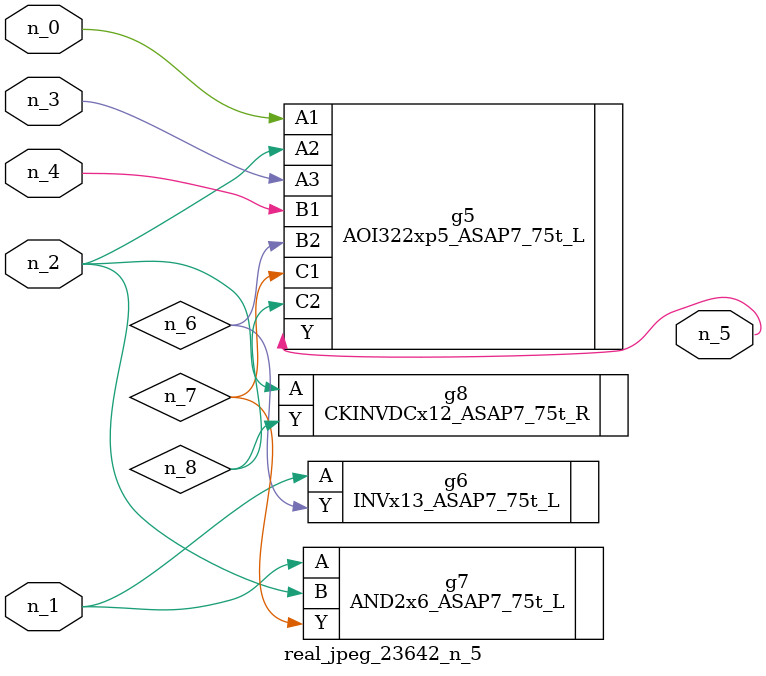
<source format=v>
module real_jpeg_23642_n_5 (n_4, n_0, n_1, n_2, n_3, n_5);

input n_4;
input n_0;
input n_1;
input n_2;
input n_3;

output n_5;

wire n_8;
wire n_6;
wire n_7;

AOI322xp5_ASAP7_75t_L g5 ( 
.A1(n_0),
.A2(n_2),
.A3(n_3),
.B1(n_4),
.B2(n_6),
.C1(n_7),
.C2(n_8),
.Y(n_5)
);

INVx13_ASAP7_75t_L g6 ( 
.A(n_1),
.Y(n_6)
);

AND2x6_ASAP7_75t_L g7 ( 
.A(n_1),
.B(n_2),
.Y(n_7)
);

CKINVDCx12_ASAP7_75t_R g8 ( 
.A(n_2),
.Y(n_8)
);


endmodule
</source>
